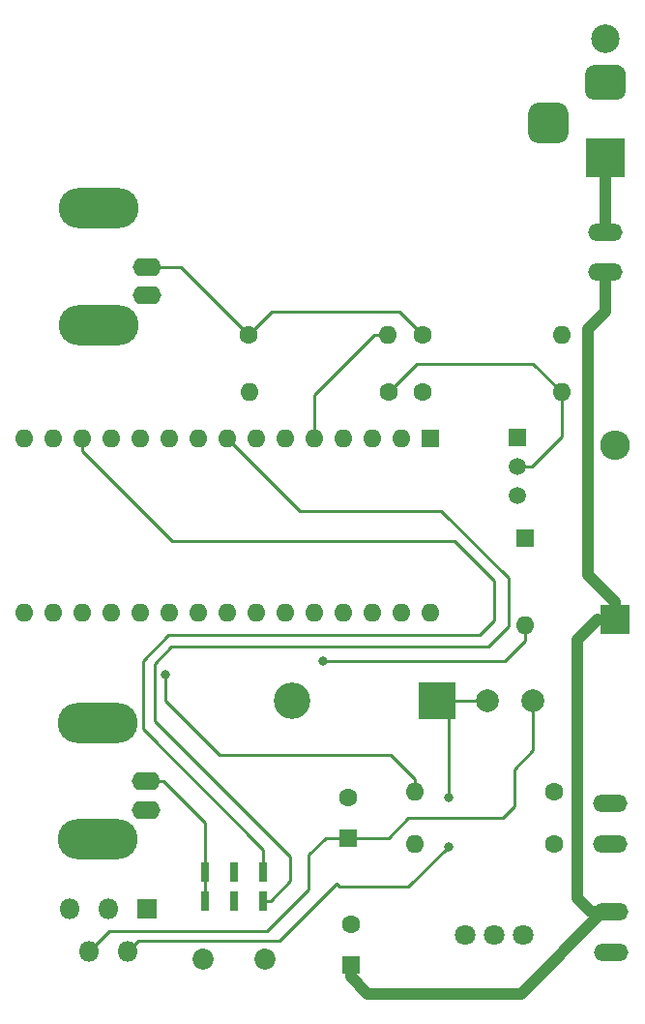
<source format=gbr>
G04 #@! TF.GenerationSoftware,KiCad,Pcbnew,(5.0.0)*
G04 #@! TF.CreationDate,2018-12-05T18:09:54+00:00*
G04 #@! TF.ProjectId,OpenSpritzer_1.3,4F70656E53707269747A65725F312E33,rev?*
G04 #@! TF.SameCoordinates,Original*
G04 #@! TF.FileFunction,Copper,L1,Top,Signal*
G04 #@! TF.FilePolarity,Positive*
%FSLAX46Y46*%
G04 Gerber Fmt 4.6, Leading zero omitted, Abs format (unit mm)*
G04 Created by KiCad (PCBNEW (5.0.0)) date 12/05/18 18:09:54*
%MOMM*%
%LPD*%
G01*
G04 APERTURE LIST*
G04 #@! TA.AperFunction,ComponentPad*
%ADD10C,1.800000*%
G04 #@! TD*
G04 #@! TA.AperFunction,ComponentPad*
%ADD11O,2.600000X2.600000*%
G04 #@! TD*
G04 #@! TA.AperFunction,ComponentPad*
%ADD12R,2.600000X2.600000*%
G04 #@! TD*
G04 #@! TA.AperFunction,ComponentPad*
%ADD13C,1.600000*%
G04 #@! TD*
G04 #@! TA.AperFunction,ComponentPad*
%ADD14O,1.600000X1.600000*%
G04 #@! TD*
G04 #@! TA.AperFunction,ComponentPad*
%ADD15O,3.010000X1.510000*%
G04 #@! TD*
G04 #@! TA.AperFunction,ComponentPad*
%ADD16C,2.000000*%
G04 #@! TD*
G04 #@! TA.AperFunction,ComponentPad*
%ADD17R,1.600000X1.600000*%
G04 #@! TD*
G04 #@! TA.AperFunction,ComponentPad*
%ADD18R,1.500000X1.500000*%
G04 #@! TD*
G04 #@! TA.AperFunction,ComponentPad*
%ADD19C,1.500000*%
G04 #@! TD*
G04 #@! TA.AperFunction,Conductor*
%ADD20C,0.100000*%
G04 #@! TD*
G04 #@! TA.AperFunction,ComponentPad*
%ADD21C,3.500000*%
G04 #@! TD*
G04 #@! TA.AperFunction,ComponentPad*
%ADD22C,3.000000*%
G04 #@! TD*
G04 #@! TA.AperFunction,ComponentPad*
%ADD23R,3.500000X3.500000*%
G04 #@! TD*
G04 #@! TA.AperFunction,ComponentPad*
%ADD24C,2.500000*%
G04 #@! TD*
G04 #@! TA.AperFunction,ComponentPad*
%ADD25R,3.200000X3.200000*%
G04 #@! TD*
G04 #@! TA.AperFunction,ComponentPad*
%ADD26O,3.200000X3.200000*%
G04 #@! TD*
G04 #@! TA.AperFunction,ComponentPad*
%ADD27R,0.750000X1.750000*%
G04 #@! TD*
G04 #@! TA.AperFunction,ComponentPad*
%ADD28C,1.850000*%
G04 #@! TD*
G04 #@! TA.AperFunction,ComponentPad*
%ADD29O,7.000240X3.500120*%
G04 #@! TD*
G04 #@! TA.AperFunction,ComponentPad*
%ADD30O,2.499360X1.600200*%
G04 #@! TD*
G04 #@! TA.AperFunction,ComponentPad*
%ADD31R,1.800000X1.800000*%
G04 #@! TD*
G04 #@! TA.AperFunction,ComponentPad*
%ADD32O,1.800000X1.800000*%
G04 #@! TD*
G04 #@! TA.AperFunction,ViaPad*
%ADD33C,0.800000*%
G04 #@! TD*
G04 #@! TA.AperFunction,Conductor*
%ADD34C,0.250000*%
G04 #@! TD*
G04 #@! TA.AperFunction,Conductor*
%ADD35C,1.000000*%
G04 #@! TD*
G04 APERTURE END LIST*
D10*
G04 #@! TO.P,,3*
G04 #@! TO.N,Net-(A1-Pad27)*
X145260000Y-143480000D03*
G04 #@! TO.P,,2*
G04 #@! TO.N,Net-(R1-Pad1)*
X142760000Y-143480000D03*
G04 #@! TO.P,,1*
G04 #@! TO.N,GNDREF*
X140260000Y-143480000D03*
G04 #@! TD*
D11*
G04 #@! TO.P,,2*
G04 #@! TO.N,Net-(D3-Pad2)*
X153340000Y-100630000D03*
D12*
G04 #@! TO.P,,1*
G04 #@! TO.N,Net-(C1-Pad1)*
X153340000Y-115870000D03*
G04 #@! TD*
D13*
G04 #@! TO.P,,1*
G04 #@! TO.N,Net-(J1-Pad1)*
X136500000Y-90950000D03*
D14*
G04 #@! TO.P,,2*
G04 #@! TO.N,GNDREF*
X148680000Y-90950000D03*
G04 #@! TD*
D13*
G04 #@! TO.P,,1*
G04 #@! TO.N,Net-(R1-Pad1)*
X148000000Y-130950000D03*
D14*
G04 #@! TO.P,,2*
G04 #@! TO.N,Net-(A1-Pad19)*
X135820000Y-130950000D03*
G04 #@! TD*
D13*
G04 #@! TO.P,,1*
G04 #@! TO.N,Net-(D1-Pad2)*
X148000000Y-135450000D03*
D14*
G04 #@! TO.P,,2*
G04 #@! TO.N,Net-(R2-Pad2)*
X135820000Y-135450000D03*
G04 #@! TD*
D13*
G04 #@! TO.P,,1*
G04 #@! TO.N,GNDREF*
X136500000Y-95950000D03*
D14*
G04 #@! TO.P,,2*
G04 #@! TO.N,Net-(Q1-Pad2)*
X148680000Y-95950000D03*
G04 #@! TD*
D13*
G04 #@! TO.P,,1*
G04 #@! TO.N,Net-(J1-Pad1)*
X121250000Y-90950000D03*
D14*
G04 #@! TO.P,,2*
G04 #@! TO.N,Net-(A1-Pad5)*
X133430000Y-90950000D03*
G04 #@! TD*
D13*
G04 #@! TO.P,,1*
G04 #@! TO.N,Net-(Q1-Pad2)*
X133500000Y-95950000D03*
D14*
G04 #@! TO.P,,2*
G04 #@! TO.N,Net-(D2-Pad1)*
X121320000Y-95950000D03*
G04 #@! TD*
D15*
G04 #@! TO.P,,2*
G04 #@! TO.N,Net-(C1-Pad1)*
X152500000Y-85450000D03*
G04 #@! TO.P,,1*
X152500000Y-81950000D03*
G04 #@! TD*
D16*
G04 #@! TO.P,,1*
G04 #@! TO.N,Net-(A1-Pad30)*
X146175000Y-122950000D03*
G04 #@! TO.P,,2*
G04 #@! TO.N,Net-(D4-Pad1)*
X142175000Y-122950000D03*
G04 #@! TD*
D17*
G04 #@! TO.P,,1*
G04 #@! TO.N,Net-(A1-Pad1)*
X137200000Y-100000000D03*
D14*
G04 #@! TO.P,,17*
G04 #@! TO.N,Net-(A1-Pad17)*
X104180000Y-115240000D03*
G04 #@! TO.P,,2*
G04 #@! TO.N,Net-(A1-Pad2)*
X134660000Y-100000000D03*
G04 #@! TO.P,,18*
G04 #@! TO.N,Net-(A1-Pad18)*
X106720000Y-115240000D03*
G04 #@! TO.P,,3*
G04 #@! TO.N,Net-(A1-Pad3)*
X132120000Y-100000000D03*
G04 #@! TO.P,,19*
G04 #@! TO.N,Net-(A1-Pad19)*
X109260000Y-115240000D03*
G04 #@! TO.P,,4*
G04 #@! TO.N,GNDREF*
X129580000Y-100000000D03*
G04 #@! TO.P,,20*
G04 #@! TO.N,Net-(A1-Pad20)*
X111800000Y-115240000D03*
G04 #@! TO.P,,5*
G04 #@! TO.N,Net-(A1-Pad5)*
X127040000Y-100000000D03*
G04 #@! TO.P,,21*
G04 #@! TO.N,Net-(A1-Pad21)*
X114340000Y-115240000D03*
G04 #@! TO.P,,6*
G04 #@! TO.N,Net-(A1-Pad6)*
X124500000Y-100000000D03*
G04 #@! TO.P,,22*
G04 #@! TO.N,Net-(A1-Pad22)*
X116880000Y-115240000D03*
G04 #@! TO.P,,7*
G04 #@! TO.N,Net-(A1-Pad7)*
X121960000Y-100000000D03*
G04 #@! TO.P,,23*
G04 #@! TO.N,Net-(A1-Pad23)*
X119420000Y-115240000D03*
G04 #@! TO.P,,8*
G04 #@! TO.N,Net-(A1-Pad8)*
X119420000Y-100000000D03*
G04 #@! TO.P,,24*
G04 #@! TO.N,Net-(A1-Pad24)*
X121960000Y-115240000D03*
G04 #@! TO.P,,9*
G04 #@! TO.N,Net-(A1-Pad9)*
X116880000Y-100000000D03*
G04 #@! TO.P,,25*
G04 #@! TO.N,Net-(A1-Pad25)*
X124500000Y-115240000D03*
G04 #@! TO.P,,10*
G04 #@! TO.N,Net-(A1-Pad10)*
X114340000Y-100000000D03*
G04 #@! TO.P,,26*
G04 #@! TO.N,Net-(A1-Pad26)*
X127040000Y-115240000D03*
G04 #@! TO.P,,11*
G04 #@! TO.N,Net-(A1-Pad11)*
X111800000Y-100000000D03*
G04 #@! TO.P,,27*
G04 #@! TO.N,Net-(A1-Pad27)*
X129580000Y-115240000D03*
G04 #@! TO.P,,12*
G04 #@! TO.N,Net-(A1-Pad12)*
X109260000Y-100000000D03*
G04 #@! TO.P,,28*
G04 #@! TO.N,Net-(A1-Pad28)*
X132120000Y-115240000D03*
G04 #@! TO.P,,13*
G04 #@! TO.N,Net-(A1-Pad13)*
X106720000Y-100000000D03*
G04 #@! TO.P,,29*
G04 #@! TO.N,GNDREF*
X134660000Y-115240000D03*
G04 #@! TO.P,,14*
G04 #@! TO.N,Net-(A1-Pad14)*
X104180000Y-100000000D03*
G04 #@! TO.P,,30*
G04 #@! TO.N,Net-(A1-Pad30)*
X137200000Y-115240000D03*
G04 #@! TO.P,,15*
G04 #@! TO.N,Net-(A1-Pad15)*
X101640000Y-100000000D03*
G04 #@! TO.P,,16*
G04 #@! TO.N,Net-(A1-Pad16)*
X101640000Y-115240000D03*
G04 #@! TD*
D18*
G04 #@! TO.P,NPN,1*
G04 #@! TO.N,GNDREF*
X144750000Y-99950000D03*
D19*
G04 #@! TO.P,NPN,3*
G04 #@! TO.N,Net-(D3-Pad2)*
X144750000Y-105030000D03*
G04 #@! TO.P,NPN,2*
G04 #@! TO.N,Net-(Q1-Pad2)*
X144750000Y-102490000D03*
G04 #@! TD*
D20*
G04 #@! TO.N,GNDREF*
G04 #@! TO.C,*
G36*
X148460765Y-70654213D02*
X148545704Y-70666813D01*
X148628999Y-70687677D01*
X148709848Y-70716605D01*
X148787472Y-70753319D01*
X148861124Y-70797464D01*
X148930094Y-70848616D01*
X148993718Y-70906282D01*
X149051384Y-70969906D01*
X149102536Y-71038876D01*
X149146681Y-71112528D01*
X149183395Y-71190152D01*
X149212323Y-71271001D01*
X149233187Y-71354296D01*
X149245787Y-71439235D01*
X149250000Y-71525000D01*
X149250000Y-73275000D01*
X149245787Y-73360765D01*
X149233187Y-73445704D01*
X149212323Y-73528999D01*
X149183395Y-73609848D01*
X149146681Y-73687472D01*
X149102536Y-73761124D01*
X149051384Y-73830094D01*
X148993718Y-73893718D01*
X148930094Y-73951384D01*
X148861124Y-74002536D01*
X148787472Y-74046681D01*
X148709848Y-74083395D01*
X148628999Y-74112323D01*
X148545704Y-74133187D01*
X148460765Y-74145787D01*
X148375000Y-74150000D01*
X146625000Y-74150000D01*
X146539235Y-74145787D01*
X146454296Y-74133187D01*
X146371001Y-74112323D01*
X146290152Y-74083395D01*
X146212528Y-74046681D01*
X146138876Y-74002536D01*
X146069906Y-73951384D01*
X146006282Y-73893718D01*
X145948616Y-73830094D01*
X145897464Y-73761124D01*
X145853319Y-73687472D01*
X145816605Y-73609848D01*
X145787677Y-73528999D01*
X145766813Y-73445704D01*
X145754213Y-73360765D01*
X145750000Y-73275000D01*
X145750000Y-71525000D01*
X145754213Y-71439235D01*
X145766813Y-71354296D01*
X145787677Y-71271001D01*
X145816605Y-71190152D01*
X145853319Y-71112528D01*
X145897464Y-71038876D01*
X145948616Y-70969906D01*
X146006282Y-70906282D01*
X146069906Y-70848616D01*
X146138876Y-70797464D01*
X146212528Y-70753319D01*
X146290152Y-70716605D01*
X146371001Y-70687677D01*
X146454296Y-70666813D01*
X146539235Y-70654213D01*
X146625000Y-70650000D01*
X148375000Y-70650000D01*
X148460765Y-70654213D01*
X148460765Y-70654213D01*
G37*
D21*
G04 #@! TD*
G04 #@! TO.P,,3*
G04 #@! TO.N,GNDREF*
X147500000Y-72400000D03*
D20*
G04 #@! TO.N,GNDREF*
G04 #@! TO.C,*
G36*
X153573513Y-67353611D02*
X153646318Y-67364411D01*
X153717714Y-67382295D01*
X153787013Y-67407090D01*
X153853548Y-67438559D01*
X153916678Y-67476398D01*
X153975795Y-67520242D01*
X154030330Y-67569670D01*
X154079758Y-67624205D01*
X154123602Y-67683322D01*
X154161441Y-67746452D01*
X154192910Y-67812987D01*
X154217705Y-67882286D01*
X154235589Y-67953682D01*
X154246389Y-68026487D01*
X154250000Y-68100000D01*
X154250000Y-69600000D01*
X154246389Y-69673513D01*
X154235589Y-69746318D01*
X154217705Y-69817714D01*
X154192910Y-69887013D01*
X154161441Y-69953548D01*
X154123602Y-70016678D01*
X154079758Y-70075795D01*
X154030330Y-70130330D01*
X153975795Y-70179758D01*
X153916678Y-70223602D01*
X153853548Y-70261441D01*
X153787013Y-70292910D01*
X153717714Y-70317705D01*
X153646318Y-70335589D01*
X153573513Y-70346389D01*
X153500000Y-70350000D01*
X151500000Y-70350000D01*
X151426487Y-70346389D01*
X151353682Y-70335589D01*
X151282286Y-70317705D01*
X151212987Y-70292910D01*
X151146452Y-70261441D01*
X151083322Y-70223602D01*
X151024205Y-70179758D01*
X150969670Y-70130330D01*
X150920242Y-70075795D01*
X150876398Y-70016678D01*
X150838559Y-69953548D01*
X150807090Y-69887013D01*
X150782295Y-69817714D01*
X150764411Y-69746318D01*
X150753611Y-69673513D01*
X150750000Y-69600000D01*
X150750000Y-68100000D01*
X150753611Y-68026487D01*
X150764411Y-67953682D01*
X150782295Y-67882286D01*
X150807090Y-67812987D01*
X150838559Y-67746452D01*
X150876398Y-67683322D01*
X150920242Y-67624205D01*
X150969670Y-67569670D01*
X151024205Y-67520242D01*
X151083322Y-67476398D01*
X151146452Y-67438559D01*
X151212987Y-67407090D01*
X151282286Y-67382295D01*
X151353682Y-67364411D01*
X151426487Y-67353611D01*
X151500000Y-67350000D01*
X153500000Y-67350000D01*
X153573513Y-67353611D01*
X153573513Y-67353611D01*
G37*
D22*
G04 #@! TD*
G04 #@! TO.P,,2*
G04 #@! TO.N,GNDREF*
X152500000Y-68850000D03*
D23*
G04 #@! TO.P,,1*
G04 #@! TO.N,Net-(C1-Pad1)*
X152500000Y-75450000D03*
D24*
G04 #@! TO.P,,4*
G04 #@! TO.N,N/C*
X152500000Y-65050000D03*
G04 #@! TD*
D25*
G04 #@! TO.P,,1*
G04 #@! TO.N,Net-(D4-Pad1)*
X137800000Y-122950000D03*
D26*
G04 #@! TO.P,,2*
G04 #@! TO.N,GNDREF*
X125100000Y-122950000D03*
G04 #@! TD*
D27*
G04 #@! TO.P,,1*
G04 #@! TO.N,Net-(J4-Pad1)*
X117460000Y-137930000D03*
G04 #@! TO.P,,2*
G04 #@! TO.N,Net-(R2-Pad2)*
X120000000Y-137930000D03*
G04 #@! TO.P,,3*
G04 #@! TO.N,Net-(A1-Pad13)*
X122540000Y-137930000D03*
G04 #@! TO.P,,4*
G04 #@! TO.N,Net-(J4-Pad1)*
X117460000Y-140470000D03*
G04 #@! TO.P,,5*
G04 #@! TO.N,Net-(D2-Pad2)*
X120000000Y-140470000D03*
G04 #@! TO.P,,6*
G04 #@! TO.N,Net-(A1-Pad8)*
X122540000Y-140470000D03*
D28*
G04 #@! TO.P,,7*
G04 #@! TO.N,N/C*
X117300000Y-145550000D03*
G04 #@! TO.P,,8*
X122700000Y-145550000D03*
G04 #@! TD*
D17*
G04 #@! TO.P,,1*
G04 #@! TO.N,Net-(C1-Pad1)*
X130200000Y-146050000D03*
D13*
G04 #@! TO.P,,2*
G04 #@! TO.N,GNDREF*
X130200000Y-142550000D03*
G04 #@! TD*
G04 #@! TO.P,,2*
G04 #@! TO.N,GNDREF*
X130000000Y-131450000D03*
D17*
G04 #@! TO.P,,1*
G04 #@! TO.N,Net-(A1-Pad30)*
X130000000Y-134950000D03*
G04 #@! TD*
D15*
G04 #@! TO.P,,1*
G04 #@! TO.N,GNDREF*
X152940000Y-131950000D03*
G04 #@! TO.P,,2*
G04 #@! TO.N,Net-(D1-Pad2)*
X152940000Y-135450000D03*
G04 #@! TD*
G04 #@! TO.P,,2*
G04 #@! TO.N,Net-(D3-Pad2)*
X153000000Y-144950000D03*
G04 #@! TO.P,,1*
G04 #@! TO.N,Net-(C1-Pad1)*
X153000000Y-141450000D03*
G04 #@! TD*
D29*
G04 #@! TO.P,,2*
G04 #@! TO.N,Net-(A1-Pad27)*
X108111600Y-90097780D03*
X108111600Y-79899680D03*
D30*
G04 #@! TO.P,,1*
G04 #@! TO.N,Net-(J1-Pad1)*
X112376260Y-85000000D03*
G04 #@! TO.P,,2*
G04 #@! TO.N,Net-(A1-Pad27)*
X112376260Y-87499360D03*
G04 #@! TD*
D17*
G04 #@! TO.P,,1*
G04 #@! TO.N,Net-(D2-Pad1)*
X145500000Y-108700000D03*
D14*
G04 #@! TO.P,,2*
G04 #@! TO.N,Net-(D2-Pad2)*
X145500000Y-116320000D03*
G04 #@! TD*
D31*
G04 #@! TO.P,,1*
G04 #@! TO.N,Net-(C1-Pad1)*
X112400000Y-141150000D03*
D32*
G04 #@! TO.P,,2*
G04 #@! TO.N,Net-(D4-Pad1)*
X110700000Y-144850000D03*
G04 #@! TO.P,,3*
G04 #@! TO.N,GNDREF*
X109000000Y-141150000D03*
G04 #@! TO.P,,4*
G04 #@! TO.N,Net-(A1-Pad30)*
X107300000Y-144850000D03*
G04 #@! TO.P,,5*
G04 #@! TO.N,GNDREF*
X105600000Y-141150000D03*
G04 #@! TD*
D30*
G04 #@! TO.P,,2*
G04 #@! TO.N,GNDREF*
X112301260Y-132499360D03*
G04 #@! TO.P,,1*
G04 #@! TO.N,Net-(J4-Pad1)*
X112301260Y-130000000D03*
D29*
G04 #@! TO.P,,2*
G04 #@! TO.N,GNDREF*
X108036600Y-124899680D03*
X108036600Y-135097780D03*
G04 #@! TD*
D33*
G04 #@! TO.N,Net-(A1-Pad19)*
X114000000Y-120700000D03*
G04 #@! TO.N,Net-(D2-Pad2)*
X127750000Y-119490000D03*
G04 #@! TO.N,Net-(D4-Pad1)*
X138750000Y-135700000D03*
X138750000Y-131450000D03*
G04 #@! TD*
D34*
G04 #@! TO.N,Net-(A1-Pad30)*
X128000000Y-134950000D02*
X130000000Y-134950000D01*
X126500000Y-136450000D02*
X128000000Y-134950000D01*
X126500000Y-139500000D02*
X126500000Y-136450000D01*
X122900000Y-143100000D02*
X126500000Y-139500000D01*
X107300000Y-144850000D02*
X109050000Y-143100000D01*
X109050000Y-143100000D02*
X122900000Y-143100000D01*
X130000000Y-134950000D02*
X133500000Y-134950000D01*
X133500000Y-134950000D02*
X135250000Y-133200000D01*
X135250000Y-133200000D02*
X143500000Y-133200000D01*
X143500000Y-133200000D02*
X144500000Y-132200000D01*
X144500000Y-132200000D02*
X144500000Y-128950000D01*
X146175000Y-127275000D02*
X146175000Y-122950000D01*
X144500000Y-128950000D02*
X146175000Y-127275000D01*
G04 #@! TO.N,GNDREF*
X129580000Y-99630000D02*
X129580000Y-100000000D01*
G04 #@! TO.N,Net-(A1-Pad13)*
X139250000Y-108950000D02*
X114538630Y-108950000D01*
X142750000Y-115950000D02*
X142750000Y-112450000D01*
X122540000Y-135990000D02*
X112000000Y-125450000D01*
X122540000Y-137930000D02*
X122540000Y-135990000D01*
X142750000Y-112450000D02*
X139250000Y-108950000D01*
X112000000Y-125450000D02*
X112000000Y-119450000D01*
X114538630Y-108950000D02*
X106720000Y-101131370D01*
X112000000Y-119450000D02*
X114250000Y-117200000D01*
X114250000Y-117200000D02*
X141500000Y-117200000D01*
X106720000Y-101131370D02*
X106720000Y-100000000D01*
X141500000Y-117200000D02*
X142750000Y-115950000D01*
G04 #@! TO.N,Net-(A1-Pad8)*
X144000000Y-112200000D02*
X138130000Y-106330000D01*
X142250000Y-118200000D02*
X144000000Y-116450000D01*
X114500000Y-118200000D02*
X142250000Y-118200000D01*
X125750000Y-106330000D02*
X119420000Y-100000000D01*
X123165000Y-140470000D02*
X124900000Y-138735000D01*
X122540000Y-140470000D02*
X123165000Y-140470000D01*
X124900000Y-138735000D02*
X124900000Y-136600000D01*
X124900000Y-136600000D02*
X113000000Y-124700000D01*
X144000000Y-116450000D02*
X144000000Y-112200000D01*
X113000000Y-124700000D02*
X113000000Y-119700000D01*
X138130000Y-106330000D02*
X125750000Y-106330000D01*
X113000000Y-119700000D02*
X114500000Y-118200000D01*
G04 #@! TO.N,Net-(A1-Pad5)*
X127040000Y-98868630D02*
X127040000Y-100000000D01*
X127040000Y-96208630D02*
X127040000Y-98868630D01*
X132298630Y-90950000D02*
X127040000Y-96208630D01*
X133430000Y-90950000D02*
X132298630Y-90950000D01*
G04 #@! TO.N,Net-(A1-Pad19)*
X135820000Y-129818630D02*
X133701370Y-127700000D01*
X135820000Y-130950000D02*
X135820000Y-129818630D01*
X133701370Y-127700000D02*
X118750000Y-127700000D01*
X118750000Y-127700000D02*
X114000000Y-122950000D01*
X114000000Y-122950000D02*
X114000000Y-120700000D01*
X114000000Y-120700000D02*
X114000000Y-120700000D01*
G04 #@! TO.N,Net-(D2-Pad2)*
X127750000Y-119490000D02*
X143710000Y-119490000D01*
X143710000Y-119490000D02*
X145500000Y-117700000D01*
X145500000Y-117700000D02*
X145500000Y-116320000D01*
G04 #@! TO.N,Net-(J1-Pad1)*
X115300000Y-85000000D02*
X121250000Y-90950000D01*
X112376260Y-85000000D02*
X115300000Y-85000000D01*
X134500000Y-88950000D02*
X136500000Y-90950000D01*
X121250000Y-90950000D02*
X123250000Y-88950000D01*
X123250000Y-88950000D02*
X134500000Y-88950000D01*
G04 #@! TO.N,Net-(Q1-Pad2)*
X146070000Y-102490000D02*
X144750000Y-102490000D01*
X148680000Y-95950000D02*
X148680000Y-99880000D01*
X148680000Y-99880000D02*
X146070000Y-102490000D01*
X146180000Y-93450000D02*
X148680000Y-95950000D01*
X133500000Y-95950000D02*
X136000000Y-93450000D01*
X136000000Y-93450000D02*
X146180000Y-93450000D01*
D35*
G04 #@! TO.N,Net-(C1-Pad1)*
X130200000Y-147100000D02*
X131700000Y-148600000D01*
X130200000Y-146050000D02*
X130200000Y-147100000D01*
X152500000Y-75450000D02*
X152500000Y-81950000D01*
X152500000Y-85450000D02*
X152500000Y-88950000D01*
X152500000Y-88950000D02*
X151000000Y-90450000D01*
X151000000Y-111980000D02*
X153340000Y-114320000D01*
X151000000Y-90450000D02*
X151000000Y-111980000D01*
X153340000Y-114320000D02*
X153340000Y-115870000D01*
X151245000Y-141450000D02*
X150000000Y-140205000D01*
X153000000Y-141450000D02*
X151245000Y-141450000D01*
X150000000Y-140205000D02*
X150000000Y-120760000D01*
X150000000Y-120760000D02*
X150000000Y-119450000D01*
X150000000Y-117660000D02*
X150000000Y-118700000D01*
X151790000Y-115870000D02*
X150000000Y-117660000D01*
D34*
X153340000Y-115870000D02*
X151790000Y-115870000D01*
D35*
X150000000Y-119450000D02*
X150000000Y-118700000D01*
D34*
X150000000Y-118700000D02*
X150000000Y-118200000D01*
D35*
X145100000Y-148600000D02*
X131700000Y-148600000D01*
D34*
X153000000Y-141450000D02*
X152250000Y-141450000D01*
D35*
X152250000Y-141450000D02*
X145100000Y-148600000D01*
D34*
G04 #@! TO.N,Net-(D4-Pad1)*
X111599999Y-143950001D02*
X110700000Y-144850000D01*
X123999999Y-143950001D02*
X111599999Y-143950001D01*
X139650000Y-122950000D02*
X142175000Y-122950000D01*
X137800000Y-122950000D02*
X139650000Y-122950000D01*
X123999999Y-143950001D02*
X129000000Y-138950000D01*
X129000000Y-138950000D02*
X129250000Y-139200000D01*
X129250000Y-139200000D02*
X135250000Y-139200000D01*
X135250000Y-139200000D02*
X138750000Y-135700000D01*
X138750000Y-135700000D02*
X138750000Y-135700000D01*
X138750000Y-123900000D02*
X137800000Y-122950000D01*
X138750000Y-131450000D02*
X138750000Y-130450000D01*
X138750000Y-130450000D02*
X138750000Y-129950000D01*
X138750000Y-130200000D02*
X138750000Y-129950000D01*
X138750000Y-129950000D02*
X138750000Y-123900000D01*
G04 #@! TO.N,Net-(J4-Pad1)*
X117460000Y-136805000D02*
X117460000Y-137930000D01*
X117460000Y-133659060D02*
X117460000Y-136805000D01*
X113800940Y-130000000D02*
X117460000Y-133659060D01*
X112301260Y-130000000D02*
X113800940Y-130000000D01*
X117460000Y-137930000D02*
X117460000Y-140470000D01*
G04 #@! TD*
M02*

</source>
